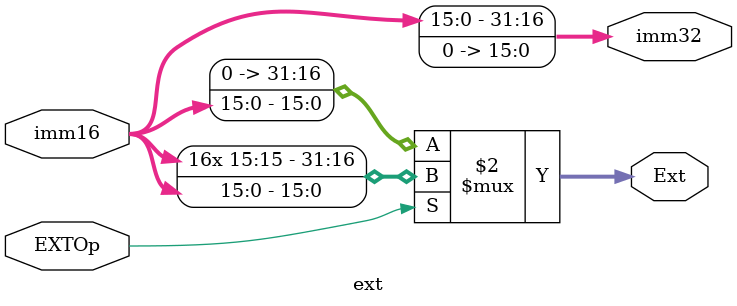
<source format=v>
`timescale 1ns / 1ps
module ext(
    input [15:0] imm16,
    output [31:0] Ext,
	 output [31:0] imm32,
    input EXTOp
    );
	 
	 
	assign imm32 = {imm16,16'h0000};
	//lui
	assign Ext = (EXTOp == 1)?{{16{imm16[15]}},imm16}:
									  {16'h0000,imm16};	
	//EXT
endmodule

</source>
